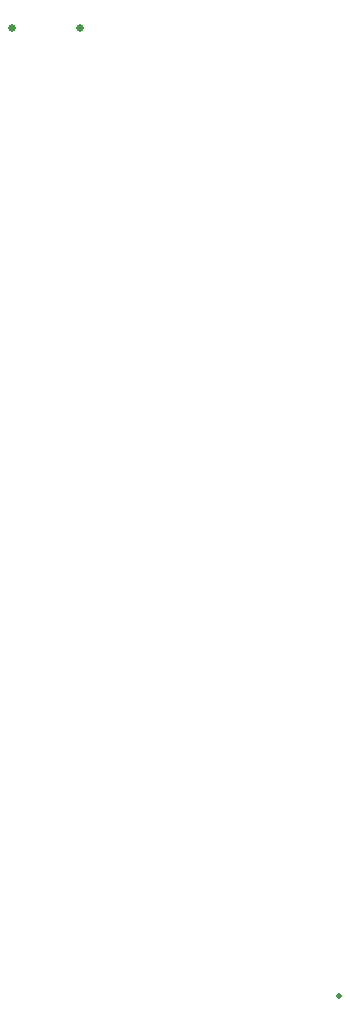
<source format=gbr>
%TF.GenerationSoftware,KiCad,Pcbnew,9.0.5*%
%TF.CreationDate,2025-10-20T11:06:58+01:00*%
%TF.ProjectId,Sound Capture,536f756e-6420-4436-9170-747572652e6b,rev?*%
%TF.SameCoordinates,Original*%
%TF.FileFunction,NonPlated,1,2,NPTH,Drill*%
%TF.FilePolarity,Positive*%
%FSLAX46Y46*%
G04 Gerber Fmt 4.6, Leading zero omitted, Abs format (unit mm)*
G04 Created by KiCad (PCBNEW 9.0.5) date 2025-10-20 11:06:58*
%MOMM*%
%LPD*%
G01*
G04 APERTURE LIST*
%TA.AperFunction,ComponentDrill*%
%ADD10C,0.500000*%
%TD*%
%TA.AperFunction,ComponentDrill*%
%ADD11C,0.650000*%
%TD*%
G04 APERTURE END LIST*
D10*
%TO.C,MK1*%
X90703400Y-129839400D03*
D11*
%TO.C,USB1*%
X63012600Y-47909800D03*
X68792600Y-47909800D03*
M02*

</source>
